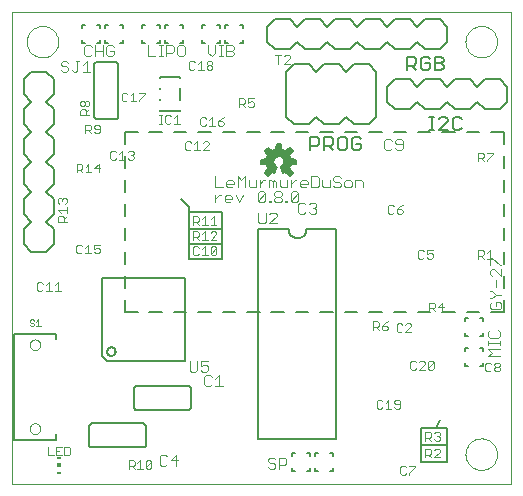
<source format=gto>
G75*
%MOIN*%
%OFA0B0*%
%FSLAX24Y24*%
%IPPOS*%
%LPD*%
%AMOC8*
5,1,8,0,0,1.08239X$1,22.5*
%
%ADD10C,0.0000*%
%ADD11C,0.0030*%
%ADD12C,0.0050*%
%ADD13C,0.0080*%
%ADD14C,0.0040*%
%ADD15C,0.0059*%
%ADD16C,0.0060*%
%ADD17C,0.0020*%
%ADD18R,0.0118X0.0059*%
%ADD19R,0.0118X0.0118*%
D10*
X000851Y000675D02*
X000851Y016421D01*
X017471Y016421D01*
X017471Y000675D01*
X000851Y000675D01*
X001424Y002527D02*
X001426Y002553D01*
X001432Y002579D01*
X001442Y002604D01*
X001455Y002627D01*
X001471Y002647D01*
X001491Y002665D01*
X001513Y002680D01*
X001536Y002692D01*
X001562Y002700D01*
X001588Y002704D01*
X001614Y002704D01*
X001640Y002700D01*
X001666Y002692D01*
X001690Y002680D01*
X001711Y002665D01*
X001731Y002647D01*
X001747Y002627D01*
X001760Y002604D01*
X001770Y002579D01*
X001776Y002553D01*
X001778Y002527D01*
X001776Y002501D01*
X001770Y002475D01*
X001760Y002450D01*
X001747Y002427D01*
X001731Y002407D01*
X001711Y002389D01*
X001689Y002374D01*
X001666Y002362D01*
X001640Y002354D01*
X001614Y002350D01*
X001588Y002350D01*
X001562Y002354D01*
X001536Y002362D01*
X001512Y002374D01*
X001491Y002389D01*
X001471Y002407D01*
X001455Y002427D01*
X001442Y002450D01*
X001432Y002475D01*
X001426Y002501D01*
X001424Y002527D01*
X001424Y005323D02*
X001426Y005349D01*
X001432Y005375D01*
X001442Y005400D01*
X001455Y005423D01*
X001471Y005443D01*
X001491Y005461D01*
X001513Y005476D01*
X001536Y005488D01*
X001562Y005496D01*
X001588Y005500D01*
X001614Y005500D01*
X001640Y005496D01*
X001666Y005488D01*
X001690Y005476D01*
X001711Y005461D01*
X001731Y005443D01*
X001747Y005423D01*
X001760Y005400D01*
X001770Y005375D01*
X001776Y005349D01*
X001778Y005323D01*
X001776Y005297D01*
X001770Y005271D01*
X001760Y005246D01*
X001747Y005223D01*
X001731Y005203D01*
X001711Y005185D01*
X001689Y005170D01*
X001666Y005158D01*
X001640Y005150D01*
X001614Y005146D01*
X001588Y005146D01*
X001562Y005150D01*
X001536Y005158D01*
X001512Y005170D01*
X001491Y005185D01*
X001471Y005203D01*
X001455Y005223D01*
X001442Y005246D01*
X001432Y005271D01*
X001426Y005297D01*
X001424Y005323D01*
X001326Y015425D02*
X001328Y015470D01*
X001334Y015515D01*
X001343Y015559D01*
X001357Y015602D01*
X001374Y015644D01*
X001394Y015684D01*
X001418Y015723D01*
X001446Y015759D01*
X001476Y015792D01*
X001509Y015823D01*
X001544Y015851D01*
X001582Y015876D01*
X001622Y015897D01*
X001663Y015915D01*
X001706Y015930D01*
X001750Y015940D01*
X001795Y015947D01*
X001840Y015950D01*
X001885Y015949D01*
X001930Y015944D01*
X001974Y015935D01*
X002018Y015923D01*
X002060Y015907D01*
X002100Y015887D01*
X002139Y015864D01*
X002176Y015837D01*
X002210Y015808D01*
X002242Y015776D01*
X002270Y015741D01*
X002296Y015704D01*
X002318Y015664D01*
X002337Y015623D01*
X002352Y015581D01*
X002364Y015537D01*
X002372Y015493D01*
X002376Y015448D01*
X002376Y015402D01*
X002372Y015357D01*
X002364Y015313D01*
X002352Y015269D01*
X002337Y015227D01*
X002318Y015186D01*
X002296Y015146D01*
X002270Y015109D01*
X002242Y015074D01*
X002210Y015042D01*
X002176Y015013D01*
X002139Y014986D01*
X002100Y014963D01*
X002060Y014943D01*
X002018Y014927D01*
X001974Y014915D01*
X001930Y014906D01*
X001885Y014901D01*
X001840Y014900D01*
X001795Y014903D01*
X001750Y014910D01*
X001706Y014920D01*
X001663Y014935D01*
X001622Y014953D01*
X001582Y014974D01*
X001544Y014999D01*
X001509Y015027D01*
X001476Y015058D01*
X001446Y015091D01*
X001418Y015127D01*
X001394Y015166D01*
X001374Y015206D01*
X001357Y015248D01*
X001343Y015291D01*
X001334Y015335D01*
X001328Y015380D01*
X001326Y015425D01*
X015951Y015425D02*
X015953Y015470D01*
X015959Y015515D01*
X015968Y015559D01*
X015982Y015602D01*
X015999Y015644D01*
X016019Y015684D01*
X016043Y015723D01*
X016071Y015759D01*
X016101Y015792D01*
X016134Y015823D01*
X016169Y015851D01*
X016207Y015876D01*
X016247Y015897D01*
X016288Y015915D01*
X016331Y015930D01*
X016375Y015940D01*
X016420Y015947D01*
X016465Y015950D01*
X016510Y015949D01*
X016555Y015944D01*
X016599Y015935D01*
X016643Y015923D01*
X016685Y015907D01*
X016725Y015887D01*
X016764Y015864D01*
X016801Y015837D01*
X016835Y015808D01*
X016867Y015776D01*
X016895Y015741D01*
X016921Y015704D01*
X016943Y015664D01*
X016962Y015623D01*
X016977Y015581D01*
X016989Y015537D01*
X016997Y015493D01*
X017001Y015448D01*
X017001Y015402D01*
X016997Y015357D01*
X016989Y015313D01*
X016977Y015269D01*
X016962Y015227D01*
X016943Y015186D01*
X016921Y015146D01*
X016895Y015109D01*
X016867Y015074D01*
X016835Y015042D01*
X016801Y015013D01*
X016764Y014986D01*
X016725Y014963D01*
X016685Y014943D01*
X016643Y014927D01*
X016599Y014915D01*
X016555Y014906D01*
X016510Y014901D01*
X016465Y014900D01*
X016420Y014903D01*
X016375Y014910D01*
X016331Y014920D01*
X016288Y014935D01*
X016247Y014953D01*
X016207Y014974D01*
X016169Y014999D01*
X016134Y015027D01*
X016101Y015058D01*
X016071Y015091D01*
X016043Y015127D01*
X016019Y015166D01*
X015999Y015206D01*
X015982Y015248D01*
X015968Y015291D01*
X015959Y015335D01*
X015953Y015380D01*
X015951Y015425D01*
X015951Y001675D02*
X015953Y001720D01*
X015959Y001765D01*
X015968Y001809D01*
X015982Y001852D01*
X015999Y001894D01*
X016019Y001934D01*
X016043Y001973D01*
X016071Y002009D01*
X016101Y002042D01*
X016134Y002073D01*
X016169Y002101D01*
X016207Y002126D01*
X016247Y002147D01*
X016288Y002165D01*
X016331Y002180D01*
X016375Y002190D01*
X016420Y002197D01*
X016465Y002200D01*
X016510Y002199D01*
X016555Y002194D01*
X016599Y002185D01*
X016643Y002173D01*
X016685Y002157D01*
X016725Y002137D01*
X016764Y002114D01*
X016801Y002087D01*
X016835Y002058D01*
X016867Y002026D01*
X016895Y001991D01*
X016921Y001954D01*
X016943Y001914D01*
X016962Y001873D01*
X016977Y001831D01*
X016989Y001787D01*
X016997Y001743D01*
X017001Y001698D01*
X017001Y001652D01*
X016997Y001607D01*
X016989Y001563D01*
X016977Y001519D01*
X016962Y001477D01*
X016943Y001436D01*
X016921Y001396D01*
X016895Y001359D01*
X016867Y001324D01*
X016835Y001292D01*
X016801Y001263D01*
X016764Y001236D01*
X016725Y001213D01*
X016685Y001193D01*
X016643Y001177D01*
X016599Y001165D01*
X016555Y001156D01*
X016510Y001151D01*
X016465Y001150D01*
X016420Y001153D01*
X016375Y001160D01*
X016331Y001170D01*
X016288Y001185D01*
X016247Y001203D01*
X016207Y001224D01*
X016169Y001249D01*
X016134Y001277D01*
X016101Y001308D01*
X016071Y001341D01*
X016043Y001377D01*
X016019Y001416D01*
X015999Y001456D01*
X015982Y001498D01*
X015968Y001541D01*
X015959Y001585D01*
X015953Y001630D01*
X015951Y001675D01*
D11*
X015105Y001758D02*
X015105Y001807D01*
X015056Y001855D01*
X014959Y001855D01*
X014911Y001807D01*
X014810Y001807D02*
X014810Y001710D01*
X014762Y001662D01*
X014616Y001662D01*
X014616Y001565D02*
X014616Y001855D01*
X014762Y001855D01*
X014810Y001807D01*
X014713Y001662D02*
X014810Y001565D01*
X014911Y001565D02*
X015105Y001758D01*
X015105Y001565D02*
X014911Y001565D01*
X014959Y002128D02*
X014911Y002176D01*
X014959Y002128D02*
X015056Y002128D01*
X015105Y002176D01*
X015105Y002224D01*
X015056Y002273D01*
X015008Y002273D01*
X015056Y002273D02*
X015105Y002321D01*
X015105Y002369D01*
X015056Y002418D01*
X014959Y002418D01*
X014911Y002369D01*
X014810Y002369D02*
X014762Y002418D01*
X014616Y002418D01*
X014616Y002128D01*
X014616Y002224D02*
X014762Y002224D01*
X014810Y002273D01*
X014810Y002369D01*
X014713Y002224D02*
X014810Y002128D01*
X014265Y001285D02*
X014072Y001285D01*
X013971Y001237D02*
X013922Y001285D01*
X013825Y001285D01*
X013777Y001237D01*
X013777Y001043D01*
X013825Y000995D01*
X013922Y000995D01*
X013971Y001043D01*
X014072Y001043D02*
X014072Y000995D01*
X014072Y001043D02*
X014265Y001237D01*
X014265Y001285D01*
X013726Y003190D02*
X013774Y003238D01*
X013774Y003432D01*
X013726Y003480D01*
X013629Y003480D01*
X013581Y003432D01*
X013581Y003383D01*
X013629Y003335D01*
X013774Y003335D01*
X013726Y003190D02*
X013629Y003190D01*
X013581Y003238D01*
X013480Y003190D02*
X013286Y003190D01*
X013383Y003190D02*
X013383Y003480D01*
X013286Y003383D01*
X013185Y003432D02*
X013137Y003480D01*
X013040Y003480D01*
X012991Y003432D01*
X012991Y003238D01*
X013040Y003190D01*
X013137Y003190D01*
X013185Y003238D01*
X014156Y004495D02*
X014253Y004495D01*
X014301Y004543D01*
X014402Y004495D02*
X014596Y004688D01*
X014596Y004737D01*
X014547Y004785D01*
X014450Y004785D01*
X014402Y004737D01*
X014301Y004737D02*
X014253Y004785D01*
X014156Y004785D01*
X014107Y004737D01*
X014107Y004543D01*
X014156Y004495D01*
X014402Y004495D02*
X014596Y004495D01*
X014697Y004543D02*
X014697Y004737D01*
X014745Y004785D01*
X014842Y004785D01*
X014890Y004737D01*
X014697Y004543D01*
X014745Y004495D01*
X014842Y004495D01*
X014890Y004543D01*
X014890Y004737D01*
X014140Y005745D02*
X013947Y005745D01*
X014140Y005938D01*
X014140Y005987D01*
X014092Y006035D01*
X013995Y006035D01*
X013947Y005987D01*
X013846Y005987D02*
X013797Y006035D01*
X013700Y006035D01*
X013652Y005987D01*
X013652Y005793D01*
X013700Y005745D01*
X013797Y005745D01*
X013846Y005793D01*
X013355Y005863D02*
X013355Y005912D01*
X013306Y005960D01*
X013161Y005960D01*
X013161Y005863D01*
X013209Y005815D01*
X013306Y005815D01*
X013355Y005863D01*
X013258Y006057D02*
X013161Y005960D01*
X013060Y005960D02*
X013012Y005912D01*
X012866Y005912D01*
X012866Y005815D02*
X012866Y006105D01*
X013012Y006105D01*
X013060Y006057D01*
X013060Y005960D01*
X012963Y005912D02*
X013060Y005815D01*
X013258Y006057D02*
X013355Y006105D01*
X014741Y006440D02*
X014741Y006730D01*
X014887Y006730D01*
X014935Y006682D01*
X014935Y006585D01*
X014887Y006537D01*
X014741Y006537D01*
X014838Y006537D02*
X014935Y006440D01*
X015036Y006585D02*
X015230Y006585D01*
X015181Y006440D02*
X015181Y006730D01*
X015036Y006585D01*
X014806Y008190D02*
X014709Y008190D01*
X014661Y008238D01*
X014661Y008335D02*
X014758Y008383D01*
X014806Y008383D01*
X014855Y008335D01*
X014855Y008238D01*
X014806Y008190D01*
X014661Y008335D02*
X014661Y008480D01*
X014855Y008480D01*
X014560Y008432D02*
X014512Y008480D01*
X014415Y008480D01*
X014366Y008432D01*
X014366Y008238D01*
X014415Y008190D01*
X014512Y008190D01*
X014560Y008238D01*
X013806Y009690D02*
X013855Y009738D01*
X013855Y009787D01*
X013806Y009835D01*
X013661Y009835D01*
X013661Y009738D01*
X013709Y009690D01*
X013806Y009690D01*
X013661Y009835D02*
X013758Y009932D01*
X013855Y009980D01*
X013560Y009932D02*
X013512Y009980D01*
X013415Y009980D01*
X013366Y009932D01*
X013366Y009738D01*
X013415Y009690D01*
X013512Y009690D01*
X013560Y009738D01*
X012529Y010565D02*
X012529Y010750D01*
X012467Y010812D01*
X012282Y010812D01*
X012282Y010565D01*
X012160Y010627D02*
X012160Y010750D01*
X012099Y010812D01*
X011975Y010812D01*
X011913Y010750D01*
X011913Y010627D01*
X011975Y010565D01*
X012099Y010565D01*
X012160Y010627D01*
X011792Y010627D02*
X011730Y010565D01*
X011607Y010565D01*
X011545Y010627D01*
X011424Y010565D02*
X011424Y010812D01*
X011545Y010812D02*
X011607Y010750D01*
X011730Y010750D01*
X011792Y010688D01*
X011792Y010627D01*
X011792Y010874D02*
X011730Y010935D01*
X011607Y010935D01*
X011545Y010874D01*
X011545Y010812D01*
X011424Y010565D02*
X011238Y010565D01*
X011177Y010627D01*
X011177Y010812D01*
X011055Y010874D02*
X010994Y010935D01*
X010808Y010935D01*
X010808Y010565D01*
X010994Y010565D01*
X011055Y010627D01*
X011055Y010874D01*
X010687Y010750D02*
X010687Y010688D01*
X010440Y010688D01*
X010440Y010627D02*
X010440Y010750D01*
X010502Y010812D01*
X010625Y010812D01*
X010687Y010750D01*
X010625Y010565D02*
X010502Y010565D01*
X010440Y010627D01*
X010318Y010812D02*
X010257Y010812D01*
X010133Y010688D01*
X010133Y010565D02*
X010133Y010812D01*
X010012Y010812D02*
X010012Y010565D01*
X009827Y010565D01*
X009765Y010627D01*
X009765Y010812D01*
X009643Y010750D02*
X009582Y010812D01*
X009520Y010750D01*
X009520Y010565D01*
X009397Y010565D02*
X009397Y010812D01*
X009458Y010812D01*
X009520Y010750D01*
X009643Y010750D02*
X009643Y010565D01*
X009642Y010435D02*
X009766Y010435D01*
X009828Y010374D01*
X009828Y010312D01*
X009766Y010250D01*
X009642Y010250D01*
X009581Y010312D01*
X009581Y010374D01*
X009642Y010435D01*
X009642Y010250D02*
X009581Y010188D01*
X009581Y010127D01*
X009642Y010065D01*
X009766Y010065D01*
X009828Y010127D01*
X009828Y010188D01*
X009766Y010250D01*
X009949Y010127D02*
X010011Y010127D01*
X010011Y010065D01*
X009949Y010065D01*
X009949Y010127D01*
X010133Y010127D02*
X010380Y010374D01*
X010380Y010127D01*
X010318Y010065D01*
X010195Y010065D01*
X010133Y010127D01*
X010133Y010374D01*
X010195Y010435D01*
X010318Y010435D01*
X010380Y010374D01*
X010428Y010060D02*
X010366Y009999D01*
X010366Y009752D01*
X010428Y009690D01*
X010552Y009690D01*
X010613Y009752D01*
X010735Y009752D02*
X010796Y009690D01*
X010920Y009690D01*
X010982Y009752D01*
X010982Y009813D01*
X010920Y009875D01*
X010858Y009875D01*
X010920Y009875D02*
X010982Y009937D01*
X010982Y009999D01*
X010920Y010060D01*
X010796Y010060D01*
X010735Y009999D01*
X010613Y009999D02*
X010552Y010060D01*
X010428Y010060D01*
X009458Y010065D02*
X009397Y010065D01*
X009397Y010127D01*
X009458Y010127D01*
X009458Y010065D01*
X009275Y010127D02*
X009213Y010065D01*
X009090Y010065D01*
X009028Y010127D01*
X009275Y010374D01*
X009275Y010127D01*
X009028Y010127D02*
X009028Y010374D01*
X009090Y010435D01*
X009213Y010435D01*
X009275Y010374D01*
X009090Y010565D02*
X009090Y010812D01*
X008968Y010812D02*
X008968Y010565D01*
X008783Y010565D01*
X008721Y010627D01*
X008721Y010812D01*
X008600Y010935D02*
X008600Y010565D01*
X008353Y010565D02*
X008353Y010935D01*
X008476Y010812D01*
X008600Y010935D01*
X008232Y010750D02*
X008232Y010688D01*
X007985Y010688D01*
X007985Y010627D02*
X007985Y010750D01*
X008046Y010812D01*
X008170Y010812D01*
X008232Y010750D01*
X008170Y010565D02*
X008046Y010565D01*
X007985Y010627D01*
X007863Y010565D02*
X007616Y010565D01*
X007616Y010935D01*
X007616Y010312D02*
X007616Y010065D01*
X007616Y010188D02*
X007740Y010312D01*
X007802Y010312D01*
X007923Y010250D02*
X007923Y010127D01*
X007985Y010065D01*
X008108Y010065D01*
X008170Y010188D02*
X007923Y010188D01*
X007923Y010250D02*
X007985Y010312D01*
X008108Y010312D01*
X008170Y010250D01*
X008170Y010188D01*
X008292Y010312D02*
X008415Y010065D01*
X008538Y010312D01*
X009090Y010688D02*
X009213Y010812D01*
X009275Y010812D01*
X007552Y009605D02*
X007552Y009315D01*
X007456Y009315D02*
X007649Y009315D01*
X007601Y009105D02*
X007504Y009105D01*
X007456Y009057D01*
X007601Y009105D02*
X007649Y009057D01*
X007649Y009008D01*
X007456Y008815D01*
X007649Y008815D01*
X007601Y008605D02*
X007649Y008557D01*
X007456Y008363D01*
X007504Y008315D01*
X007601Y008315D01*
X007649Y008363D01*
X007649Y008557D01*
X007601Y008605D02*
X007504Y008605D01*
X007456Y008557D01*
X007456Y008363D01*
X007355Y008315D02*
X007161Y008315D01*
X007258Y008315D02*
X007258Y008605D01*
X007161Y008508D01*
X007060Y008557D02*
X007012Y008605D01*
X006915Y008605D01*
X006866Y008557D01*
X006866Y008363D01*
X006915Y008315D01*
X007012Y008315D01*
X007060Y008363D01*
X007060Y008815D02*
X006963Y008912D01*
X007012Y008912D02*
X006866Y008912D01*
X006866Y008815D02*
X006866Y009105D01*
X007012Y009105D01*
X007060Y009057D01*
X007060Y008960D01*
X007012Y008912D01*
X007161Y009008D02*
X007258Y009105D01*
X007258Y008815D01*
X007161Y008815D02*
X007355Y008815D01*
X007355Y009315D02*
X007161Y009315D01*
X007258Y009315D02*
X007258Y009605D01*
X007161Y009508D01*
X007060Y009460D02*
X007012Y009412D01*
X006866Y009412D01*
X006866Y009315D02*
X006866Y009605D01*
X007012Y009605D01*
X007060Y009557D01*
X007060Y009460D01*
X006963Y009412D02*
X007060Y009315D01*
X007456Y009508D02*
X007552Y009605D01*
X007399Y011815D02*
X007206Y011815D01*
X007399Y012008D01*
X007399Y012057D01*
X007351Y012105D01*
X007254Y012105D01*
X007206Y012057D01*
X007008Y012105D02*
X007008Y011815D01*
X006911Y011815D02*
X007105Y011815D01*
X006911Y012008D02*
X007008Y012105D01*
X006810Y012057D02*
X006762Y012105D01*
X006665Y012105D01*
X006616Y012057D01*
X006616Y011863D01*
X006665Y011815D01*
X006762Y011815D01*
X006810Y011863D01*
X007156Y012620D02*
X007253Y012620D01*
X007301Y012668D01*
X007402Y012620D02*
X007596Y012620D01*
X007499Y012620D02*
X007499Y012910D01*
X007402Y012813D01*
X007301Y012862D02*
X007253Y012910D01*
X007156Y012910D01*
X007107Y012862D01*
X007107Y012668D01*
X007156Y012620D01*
X007697Y012668D02*
X007745Y012620D01*
X007842Y012620D01*
X007890Y012668D01*
X007890Y012717D01*
X007842Y012765D01*
X007697Y012765D01*
X007697Y012668D01*
X007697Y012765D02*
X007793Y012862D01*
X007890Y012910D01*
X008402Y013245D02*
X008402Y013535D01*
X008547Y013535D01*
X008596Y013487D01*
X008596Y013390D01*
X008547Y013342D01*
X008402Y013342D01*
X008499Y013342D02*
X008596Y013245D01*
X008697Y013293D02*
X008745Y013245D01*
X008842Y013245D01*
X008890Y013293D01*
X008890Y013390D01*
X008842Y013438D01*
X008793Y013438D01*
X008697Y013390D01*
X008697Y013535D01*
X008890Y013535D01*
X009713Y014690D02*
X009713Y014980D01*
X009616Y014980D02*
X009810Y014980D01*
X009911Y014932D02*
X009959Y014980D01*
X010056Y014980D01*
X010105Y014932D01*
X010105Y014883D01*
X009911Y014690D01*
X010105Y014690D01*
X008227Y015002D02*
X008165Y014940D01*
X007980Y014940D01*
X007980Y015310D01*
X008165Y015310D01*
X008227Y015249D01*
X008227Y015187D01*
X008165Y015125D01*
X007980Y015125D01*
X008165Y015125D02*
X008227Y015063D01*
X008227Y015002D01*
X007858Y014940D02*
X007735Y014940D01*
X007796Y014940D02*
X007796Y015310D01*
X007735Y015310D02*
X007858Y015310D01*
X007613Y015310D02*
X007613Y015063D01*
X007490Y014940D01*
X007366Y015063D01*
X007366Y015310D01*
X007370Y014785D02*
X007467Y014785D01*
X007515Y014737D01*
X007515Y014688D01*
X007467Y014640D01*
X007370Y014640D01*
X007322Y014688D01*
X007322Y014737D01*
X007370Y014785D01*
X007370Y014640D02*
X007322Y014592D01*
X007322Y014543D01*
X007370Y014495D01*
X007467Y014495D01*
X007515Y014543D01*
X007515Y014592D01*
X007467Y014640D01*
X007221Y014495D02*
X007027Y014495D01*
X007124Y014495D02*
X007124Y014785D01*
X007027Y014688D01*
X006926Y014737D02*
X006878Y014785D01*
X006781Y014785D01*
X006732Y014737D01*
X006732Y014543D01*
X006781Y014495D01*
X006878Y014495D01*
X006926Y014543D01*
X006534Y014940D02*
X006595Y015002D01*
X006595Y015249D01*
X006534Y015310D01*
X006410Y015310D01*
X006349Y015249D01*
X006349Y015002D01*
X006410Y014940D01*
X006534Y014940D01*
X006227Y015125D02*
X006165Y015063D01*
X005980Y015063D01*
X005980Y014940D02*
X005980Y015310D01*
X006165Y015310D01*
X006227Y015249D01*
X006227Y015125D01*
X005858Y014940D02*
X005735Y014940D01*
X005796Y014940D02*
X005796Y015310D01*
X005735Y015310D02*
X005858Y015310D01*
X005613Y014940D02*
X005366Y014940D01*
X005366Y015310D01*
X004225Y015249D02*
X004163Y015310D01*
X004040Y015310D01*
X003978Y015249D01*
X003978Y015002D01*
X004040Y014940D01*
X004163Y014940D01*
X004225Y015002D01*
X004225Y015125D01*
X004101Y015125D01*
X003857Y015125D02*
X003610Y015125D01*
X003488Y015002D02*
X003427Y014940D01*
X003303Y014940D01*
X003241Y015002D01*
X003241Y015249D01*
X003303Y015310D01*
X003427Y015310D01*
X003488Y015249D01*
X003610Y015310D02*
X003610Y014940D01*
X003857Y014940D02*
X003857Y015310D01*
X004540Y013730D02*
X004491Y013682D01*
X004491Y013488D01*
X004540Y013440D01*
X004637Y013440D01*
X004685Y013488D01*
X004786Y013440D02*
X004980Y013440D01*
X004883Y013440D02*
X004883Y013730D01*
X004786Y013633D01*
X004685Y013682D02*
X004637Y013730D01*
X004540Y013730D01*
X005081Y013730D02*
X005274Y013730D01*
X005274Y013682D01*
X005081Y013488D01*
X005081Y013440D01*
X005741Y012980D02*
X005838Y012980D01*
X005790Y012980D02*
X005790Y012690D01*
X005838Y012690D02*
X005741Y012690D01*
X005938Y012738D02*
X005986Y012690D01*
X006083Y012690D01*
X006131Y012738D01*
X006232Y012690D02*
X006426Y012690D01*
X006329Y012690D02*
X006329Y012980D01*
X006232Y012883D01*
X006131Y012932D02*
X006083Y012980D01*
X005986Y012980D01*
X005938Y012932D01*
X005938Y012738D01*
X004890Y011737D02*
X004890Y011688D01*
X004842Y011640D01*
X004890Y011592D01*
X004890Y011543D01*
X004842Y011495D01*
X004745Y011495D01*
X004697Y011543D01*
X004596Y011495D02*
X004402Y011495D01*
X004499Y011495D02*
X004499Y011785D01*
X004402Y011688D01*
X004301Y011737D02*
X004253Y011785D01*
X004156Y011785D01*
X004107Y011737D01*
X004107Y011543D01*
X004156Y011495D01*
X004253Y011495D01*
X004301Y011543D01*
X004697Y011737D02*
X004745Y011785D01*
X004842Y011785D01*
X004890Y011737D01*
X004842Y011640D02*
X004793Y011640D01*
X003726Y011355D02*
X003726Y011065D01*
X003774Y011210D02*
X003581Y011210D01*
X003726Y011355D01*
X003480Y011065D02*
X003286Y011065D01*
X003383Y011065D02*
X003383Y011355D01*
X003286Y011258D01*
X003185Y011210D02*
X003137Y011162D01*
X002991Y011162D01*
X002991Y011065D02*
X002991Y011355D01*
X003137Y011355D01*
X003185Y011307D01*
X003185Y011210D01*
X003088Y011162D02*
X003185Y011065D01*
X002608Y010214D02*
X002656Y010165D01*
X002656Y010069D01*
X002608Y010020D01*
X002656Y009919D02*
X002656Y009726D01*
X002656Y009822D02*
X002366Y009822D01*
X002463Y009726D01*
X002511Y009625D02*
X002560Y009576D01*
X002560Y009431D01*
X002656Y009431D02*
X002366Y009431D01*
X002366Y009576D01*
X002415Y009625D01*
X002511Y009625D01*
X002560Y009528D02*
X002656Y009625D01*
X002415Y010020D02*
X002366Y010069D01*
X002366Y010165D01*
X002415Y010214D01*
X002463Y010214D01*
X002511Y010165D01*
X002560Y010214D01*
X002608Y010214D01*
X002511Y010165D02*
X002511Y010117D01*
X003031Y008660D02*
X002982Y008612D01*
X002982Y008418D01*
X003031Y008370D01*
X003128Y008370D01*
X003176Y008418D01*
X003277Y008370D02*
X003471Y008370D01*
X003374Y008370D02*
X003374Y008660D01*
X003277Y008563D01*
X003176Y008612D02*
X003128Y008660D01*
X003031Y008660D01*
X003572Y008660D02*
X003572Y008515D01*
X003668Y008563D01*
X003717Y008563D01*
X003765Y008515D01*
X003765Y008418D01*
X003717Y008370D01*
X003620Y008370D01*
X003572Y008418D01*
X003572Y008660D02*
X003765Y008660D01*
X002356Y007410D02*
X002356Y007120D01*
X002259Y007120D02*
X002453Y007120D01*
X002259Y007313D02*
X002356Y007410D01*
X002061Y007410D02*
X002061Y007120D01*
X001965Y007120D02*
X002158Y007120D01*
X001965Y007313D02*
X002061Y007410D01*
X001863Y007362D02*
X001815Y007410D01*
X001718Y007410D01*
X001670Y007362D01*
X001670Y007168D01*
X001718Y007120D01*
X001815Y007120D01*
X001863Y007168D01*
X006755Y004785D02*
X006755Y004477D01*
X006816Y004415D01*
X006940Y004415D01*
X007002Y004477D01*
X007002Y004785D01*
X007123Y004785D02*
X007123Y004600D01*
X007247Y004662D01*
X007308Y004662D01*
X007370Y004600D01*
X007370Y004477D01*
X007308Y004415D01*
X007185Y004415D01*
X007123Y004477D01*
X007303Y004310D02*
X007241Y004249D01*
X007241Y004002D01*
X007303Y003940D01*
X007427Y003940D01*
X007488Y004002D01*
X007610Y003940D02*
X007857Y003940D01*
X007733Y003940D02*
X007733Y004310D01*
X007610Y004187D01*
X007488Y004249D02*
X007427Y004310D01*
X007303Y004310D01*
X007370Y004785D02*
X007123Y004785D01*
X006308Y001660D02*
X006123Y001475D01*
X006370Y001475D01*
X006308Y001290D02*
X006308Y001660D01*
X006002Y001599D02*
X005940Y001660D01*
X005816Y001660D01*
X005755Y001599D01*
X005755Y001352D01*
X005816Y001290D01*
X005940Y001290D01*
X006002Y001352D01*
X009366Y001437D02*
X009428Y001375D01*
X009552Y001375D01*
X009613Y001313D01*
X009613Y001252D01*
X009552Y001190D01*
X009428Y001190D01*
X009366Y001252D01*
X009366Y001437D02*
X009366Y001499D01*
X009428Y001560D01*
X009552Y001560D01*
X009613Y001499D01*
X009735Y001560D02*
X009920Y001560D01*
X009982Y001499D01*
X009982Y001375D01*
X009920Y001313D01*
X009735Y001313D01*
X009735Y001190D02*
X009735Y001560D01*
X016616Y004488D02*
X016665Y004440D01*
X016762Y004440D01*
X016810Y004488D01*
X016911Y004488D02*
X016911Y004537D01*
X016959Y004585D01*
X017056Y004585D01*
X017105Y004537D01*
X017105Y004488D01*
X017056Y004440D01*
X016959Y004440D01*
X016911Y004488D01*
X016959Y004585D02*
X016911Y004633D01*
X016911Y004682D01*
X016959Y004730D01*
X017056Y004730D01*
X017105Y004682D01*
X017105Y004633D01*
X017056Y004585D01*
X016810Y004682D02*
X016762Y004730D01*
X016665Y004730D01*
X016616Y004682D01*
X016616Y004488D01*
X016716Y004940D02*
X016840Y005063D01*
X016716Y005187D01*
X017086Y005187D01*
X017086Y005308D02*
X017086Y005432D01*
X017086Y005370D02*
X016716Y005370D01*
X016716Y005308D02*
X016716Y005432D01*
X016778Y005554D02*
X017025Y005554D01*
X017086Y005616D01*
X017086Y005739D01*
X017025Y005801D01*
X016778Y005801D02*
X016716Y005739D01*
X016716Y005616D01*
X016778Y005554D01*
X016716Y004940D02*
X017086Y004940D01*
X017087Y006503D02*
X016840Y006503D01*
X016779Y006564D01*
X016779Y006688D01*
X016840Y006749D01*
X016840Y006871D02*
X016779Y006871D01*
X016840Y006871D02*
X016964Y006994D01*
X017149Y006994D01*
X016964Y006994D02*
X016840Y007118D01*
X016779Y007118D01*
X016964Y007239D02*
X016964Y007486D01*
X016840Y007607D02*
X016779Y007669D01*
X016779Y007793D01*
X016840Y007854D01*
X016902Y007854D01*
X017149Y007607D01*
X017149Y007854D01*
X017149Y007976D02*
X017087Y007976D01*
X016840Y008223D01*
X016779Y008223D01*
X016779Y007976D01*
X016758Y008190D02*
X016758Y008480D01*
X016661Y008383D01*
X016560Y008335D02*
X016512Y008287D01*
X016366Y008287D01*
X016366Y008190D02*
X016366Y008480D01*
X016512Y008480D01*
X016560Y008432D01*
X016560Y008335D01*
X016463Y008287D02*
X016560Y008190D01*
X016661Y008190D02*
X016855Y008190D01*
X016964Y006749D02*
X016964Y006626D01*
X016964Y006749D02*
X017087Y006749D01*
X017149Y006688D01*
X017149Y006564D01*
X017087Y006503D01*
X016661Y011440D02*
X016661Y011488D01*
X016855Y011682D01*
X016855Y011730D01*
X016661Y011730D01*
X016560Y011682D02*
X016560Y011585D01*
X016512Y011537D01*
X016366Y011537D01*
X016366Y011440D02*
X016366Y011730D01*
X016512Y011730D01*
X016560Y011682D01*
X016463Y011537D02*
X016560Y011440D01*
X013857Y011877D02*
X013857Y012124D01*
X013795Y012185D01*
X013671Y012185D01*
X013610Y012124D01*
X013610Y012062D01*
X013671Y012000D01*
X013857Y012000D01*
X013857Y011877D02*
X013795Y011815D01*
X013671Y011815D01*
X013610Y011877D01*
X013488Y011877D02*
X013427Y011815D01*
X013303Y011815D01*
X013241Y011877D01*
X013241Y012124D01*
X013303Y012185D01*
X013427Y012185D01*
X013488Y012124D01*
X003765Y012418D02*
X003765Y012612D01*
X003717Y012660D01*
X003620Y012660D01*
X003572Y012612D01*
X003572Y012563D01*
X003620Y012515D01*
X003765Y012515D01*
X003765Y012418D02*
X003717Y012370D01*
X003620Y012370D01*
X003572Y012418D01*
X003471Y012370D02*
X003374Y012467D01*
X003422Y012467D02*
X003277Y012467D01*
X003277Y012370D02*
X003277Y012660D01*
X003422Y012660D01*
X003471Y012612D01*
X003471Y012515D01*
X003422Y012467D01*
X003406Y012976D02*
X003116Y012976D01*
X003116Y013121D01*
X003165Y013169D01*
X003261Y013169D01*
X003310Y013121D01*
X003310Y012976D01*
X003310Y013072D02*
X003406Y013169D01*
X003358Y013270D02*
X003406Y013319D01*
X003406Y013415D01*
X003358Y013464D01*
X003310Y013464D01*
X003261Y013415D01*
X003261Y013319D01*
X003213Y013270D01*
X003165Y013270D01*
X003116Y013319D01*
X003116Y013415D01*
X003165Y013464D01*
X003213Y013464D01*
X003261Y013415D01*
X003261Y013319D02*
X003310Y013270D01*
X003358Y013270D01*
D12*
X004601Y012425D02*
X004601Y012019D01*
X004601Y011626D02*
X004601Y011220D01*
X004601Y010827D02*
X004601Y010421D01*
X004601Y010027D02*
X004601Y009622D01*
X004601Y009228D02*
X004601Y008823D01*
X004601Y008429D02*
X004601Y008023D01*
X004601Y007630D02*
X004601Y007224D01*
X004601Y006831D02*
X004601Y006425D01*
X005021Y006425D01*
X005415Y006425D02*
X005835Y006425D01*
X006229Y006425D02*
X006649Y006425D01*
X007042Y006425D02*
X007462Y006425D01*
X007856Y006425D02*
X008276Y006425D01*
X008670Y006425D02*
X009090Y006425D01*
X009483Y006425D02*
X009903Y006425D01*
X010297Y006425D02*
X010717Y006425D01*
X011111Y006425D02*
X011531Y006425D01*
X011924Y006425D02*
X012344Y006425D01*
X012738Y006425D02*
X013158Y006425D01*
X013552Y006425D02*
X013972Y006425D01*
X014365Y006425D02*
X014785Y006425D01*
X015179Y006425D02*
X015599Y006425D01*
X015993Y006425D02*
X016413Y006425D01*
X016806Y006425D02*
X017226Y006425D01*
X017226Y006831D01*
X017226Y007224D02*
X017226Y007630D01*
X017226Y008023D02*
X017226Y008429D01*
X017226Y008823D02*
X017226Y009228D01*
X017226Y009622D02*
X017226Y010027D01*
X017226Y010421D02*
X017226Y010827D01*
X017226Y011220D02*
X017226Y011626D01*
X017226Y012019D02*
X017226Y012425D01*
X016806Y012425D01*
X016413Y012425D02*
X015993Y012425D01*
X015819Y012550D02*
X015744Y012475D01*
X015594Y012475D01*
X015519Y012550D01*
X015519Y012850D01*
X015594Y012925D01*
X015744Y012925D01*
X015819Y012850D01*
X015359Y012850D02*
X015283Y012925D01*
X015133Y012925D01*
X015058Y012850D01*
X014902Y012925D02*
X014751Y012925D01*
X014826Y012925D02*
X014826Y012475D01*
X014785Y012425D02*
X014365Y012425D01*
X014751Y012475D02*
X014902Y012475D01*
X015058Y012475D02*
X015359Y012775D01*
X015359Y012850D01*
X015359Y012475D02*
X015058Y012475D01*
X015179Y012425D02*
X015599Y012425D01*
X013972Y012425D02*
X013552Y012425D01*
X013158Y012425D02*
X012738Y012425D01*
X012466Y012175D02*
X012391Y012250D01*
X012241Y012250D01*
X012166Y012175D01*
X012166Y011875D01*
X012241Y011800D01*
X012391Y011800D01*
X012466Y011875D01*
X012466Y012025D01*
X012316Y012025D01*
X012006Y011875D02*
X012006Y012175D01*
X011931Y012250D01*
X011781Y012250D01*
X011706Y012175D01*
X011706Y011875D01*
X011781Y011800D01*
X011931Y011800D01*
X012006Y011875D01*
X011545Y011800D02*
X011395Y011950D01*
X011470Y011950D02*
X011245Y011950D01*
X011245Y011800D02*
X011245Y012250D01*
X011470Y012250D01*
X011545Y012175D01*
X011545Y012025D01*
X011470Y011950D01*
X011085Y012025D02*
X011010Y011950D01*
X010785Y011950D01*
X010785Y011800D02*
X010785Y012250D01*
X011010Y012250D01*
X011085Y012175D01*
X011085Y012025D01*
X011111Y012425D02*
X011531Y012425D01*
X011924Y012425D02*
X012344Y012425D01*
X010717Y012425D02*
X010297Y012425D01*
X009903Y012425D02*
X009483Y012425D01*
X009090Y012425D02*
X008670Y012425D01*
X008276Y012425D02*
X007856Y012425D01*
X007462Y012425D02*
X007042Y012425D01*
X006649Y012425D02*
X006229Y012425D01*
X005835Y012425D02*
X005415Y012425D01*
X005021Y012425D02*
X004601Y012425D01*
X006476Y010175D02*
X006726Y009925D01*
X006726Y009738D01*
X007851Y009738D01*
X007851Y009175D01*
X006726Y009175D01*
X006726Y008675D01*
X007851Y008675D01*
X007851Y009175D01*
X007851Y008675D02*
X007851Y008175D01*
X006726Y008175D01*
X006726Y008675D01*
X006726Y009175D02*
X006726Y009738D01*
X014001Y014475D02*
X014001Y014925D01*
X014227Y014925D01*
X014302Y014850D01*
X014302Y014700D01*
X014227Y014625D01*
X014001Y014625D01*
X014152Y014625D02*
X014302Y014475D01*
X014462Y014550D02*
X014537Y014475D01*
X014687Y014475D01*
X014762Y014550D01*
X014762Y014700D01*
X014612Y014700D01*
X014462Y014850D02*
X014462Y014550D01*
X014462Y014850D02*
X014537Y014925D01*
X014687Y014925D01*
X014762Y014850D01*
X014922Y014925D02*
X015147Y014925D01*
X015222Y014850D01*
X015222Y014775D01*
X015147Y014700D01*
X014922Y014700D01*
X014922Y014475D02*
X015147Y014475D01*
X015222Y014550D01*
X015222Y014625D01*
X015147Y014700D01*
X014922Y014475D02*
X014922Y014925D01*
X015101Y002800D02*
X014976Y002550D01*
X014476Y002550D01*
X014476Y001988D01*
X015351Y001988D01*
X015351Y002550D01*
X014976Y002550D01*
X015351Y001988D02*
X015351Y001425D01*
X014476Y001425D01*
X014476Y001988D01*
D13*
X011651Y002175D02*
X011651Y009175D01*
X010651Y009175D01*
X010649Y009141D01*
X010643Y009108D01*
X010634Y009076D01*
X010621Y009045D01*
X010605Y009015D01*
X010586Y008988D01*
X010563Y008963D01*
X010538Y008940D01*
X010511Y008921D01*
X010481Y008905D01*
X010450Y008892D01*
X010418Y008883D01*
X010385Y008877D01*
X010351Y008875D01*
X010317Y008877D01*
X010284Y008883D01*
X010252Y008892D01*
X010221Y008905D01*
X010191Y008921D01*
X010164Y008940D01*
X010139Y008963D01*
X010116Y008988D01*
X010097Y009015D01*
X010081Y009045D01*
X010068Y009076D01*
X010059Y009108D01*
X010053Y009141D01*
X010051Y009175D01*
X009051Y009175D01*
X009051Y002175D01*
X011651Y002175D01*
X002290Y002153D02*
X000912Y002153D01*
X000912Y005697D01*
X002290Y005697D01*
X002290Y005500D01*
X001976Y008425D02*
X001476Y008425D01*
X001226Y008675D01*
X001226Y009175D01*
X001476Y009425D01*
X001226Y009675D01*
X001226Y010175D01*
X001476Y010425D01*
X001226Y010675D01*
X001226Y011175D01*
X001476Y011425D01*
X001226Y011675D01*
X001226Y012175D01*
X001476Y012425D01*
X001226Y012675D01*
X001226Y013175D01*
X001476Y013425D01*
X001226Y013675D01*
X001226Y014175D01*
X001476Y014425D01*
X001976Y014425D01*
X002226Y014175D01*
X002226Y013675D01*
X001976Y013425D01*
X002226Y013175D01*
X002226Y012675D01*
X001976Y012425D01*
X002226Y012175D01*
X002226Y011675D01*
X001976Y011425D01*
X002226Y011175D01*
X002226Y010675D01*
X001976Y010425D01*
X002226Y010175D01*
X002226Y009675D01*
X001976Y009425D01*
X002226Y009175D01*
X002226Y008675D01*
X001976Y008425D01*
X002290Y002350D02*
X002290Y002153D01*
D14*
X009106Y009370D02*
X009227Y009370D01*
X009287Y009430D01*
X009287Y009730D01*
X009415Y009670D02*
X009475Y009730D01*
X009595Y009730D01*
X009655Y009670D01*
X009655Y009610D01*
X009415Y009370D01*
X009655Y009370D01*
X009106Y009370D02*
X009046Y009430D01*
X009046Y009730D01*
X003443Y014420D02*
X003203Y014420D01*
X003323Y014420D02*
X003323Y014780D01*
X003203Y014660D01*
X003075Y014780D02*
X002955Y014780D01*
X003015Y014780D02*
X003015Y014480D01*
X002955Y014420D01*
X002895Y014420D01*
X002835Y014480D01*
X002707Y014480D02*
X002647Y014420D01*
X002526Y014420D01*
X002466Y014480D01*
X002526Y014600D02*
X002647Y014600D01*
X002707Y014540D01*
X002707Y014480D01*
X002526Y014600D02*
X002466Y014660D01*
X002466Y014720D01*
X002526Y014780D01*
X002647Y014780D01*
X002707Y014720D01*
D15*
X009261Y011789D02*
X009382Y011640D01*
X009351Y011580D01*
X009331Y011516D01*
X009140Y011497D01*
X009140Y011353D01*
X009331Y011334D01*
X009351Y011270D01*
X009382Y011210D01*
X009261Y011061D01*
X009363Y010960D01*
X009511Y011081D01*
X009571Y011050D01*
X009656Y011254D01*
X009618Y011276D01*
X009586Y011305D01*
X009562Y011341D01*
X009547Y011382D01*
X009542Y011425D01*
X009547Y011469D01*
X009563Y011510D01*
X009588Y011547D01*
X009621Y011576D01*
X009659Y011597D01*
X009702Y011608D01*
X009746Y011608D01*
X009789Y011598D01*
X009829Y011578D01*
X009862Y011550D01*
X009888Y011514D01*
X009905Y011473D01*
X009911Y011429D01*
X009907Y011385D01*
X009892Y011343D01*
X009868Y011306D01*
X009835Y011276D01*
X009797Y011254D01*
X009882Y011050D01*
X009942Y011081D01*
X010090Y010960D01*
X010192Y011061D01*
X010071Y011210D01*
X010102Y011270D01*
X010122Y011334D01*
X010313Y011353D01*
X010313Y011497D01*
X010122Y011516D01*
X010102Y011580D01*
X010071Y011640D01*
X010192Y011789D01*
X010090Y011890D01*
X009942Y011769D01*
X009882Y011800D01*
X009818Y011821D01*
X009798Y012011D01*
X009654Y012011D01*
X009635Y011821D01*
X009571Y011800D01*
X009511Y011769D01*
X009363Y011890D01*
X009261Y011789D01*
X009265Y011783D02*
X009494Y011783D01*
X009538Y011783D02*
X009915Y011783D01*
X009959Y011783D02*
X010187Y011783D01*
X010140Y011726D02*
X009312Y011726D01*
X009359Y011668D02*
X010093Y011668D01*
X010086Y011611D02*
X009367Y011611D01*
X009342Y011553D02*
X009595Y011553D01*
X009557Y011495D02*
X009140Y011495D01*
X009140Y011438D02*
X009543Y011438D01*
X009548Y011380D02*
X009140Y011380D01*
X009334Y011323D02*
X009574Y011323D01*
X009637Y011265D02*
X009354Y011265D01*
X009380Y011208D02*
X009636Y011208D01*
X009612Y011150D02*
X009333Y011150D01*
X009286Y011093D02*
X009589Y011093D01*
X009455Y011035D02*
X009287Y011035D01*
X009345Y010977D02*
X009385Y010977D01*
X009840Y011150D02*
X010119Y011150D01*
X010073Y011208D02*
X009816Y011208D01*
X009816Y011265D02*
X010099Y011265D01*
X010119Y011323D02*
X009878Y011323D01*
X009905Y011380D02*
X010313Y011380D01*
X010313Y011438D02*
X009910Y011438D01*
X009895Y011495D02*
X010313Y011495D01*
X010110Y011553D02*
X009859Y011553D01*
X009816Y011841D02*
X009637Y011841D01*
X009643Y011898D02*
X009810Y011898D01*
X009804Y011956D02*
X009649Y011956D01*
X009424Y011841D02*
X009313Y011841D01*
X010029Y011841D02*
X010140Y011841D01*
X010166Y011093D02*
X009864Y011093D01*
X009998Y011035D02*
X010165Y011035D01*
X010108Y010977D02*
X010068Y010977D01*
D16*
X010226Y012675D02*
X009976Y012925D01*
X009976Y014425D01*
X010226Y014675D01*
X010726Y014675D01*
X010976Y014425D01*
X011226Y014675D01*
X011726Y014675D01*
X011976Y014425D01*
X012226Y014675D01*
X012726Y014675D01*
X012976Y014425D01*
X012976Y012925D01*
X012726Y012675D01*
X012226Y012675D01*
X011976Y012925D01*
X011726Y012675D01*
X011226Y012675D01*
X010976Y012925D01*
X010726Y012675D01*
X010226Y012675D01*
X010101Y015175D02*
X009601Y015175D01*
X009351Y015425D01*
X009351Y015925D01*
X009601Y016175D01*
X010101Y016175D01*
X010351Y015925D01*
X010601Y016175D01*
X011101Y016175D01*
X011351Y015925D01*
X011601Y016175D01*
X012101Y016175D01*
X012351Y015925D01*
X012601Y016175D01*
X013101Y016175D01*
X013351Y015925D01*
X013601Y016175D01*
X014101Y016175D01*
X014351Y015925D01*
X014601Y016175D01*
X015101Y016175D01*
X015351Y015925D01*
X015351Y015425D01*
X015101Y015175D01*
X014601Y015175D01*
X014351Y015425D01*
X014101Y015175D01*
X013601Y015175D01*
X013351Y015425D01*
X013101Y015175D01*
X012601Y015175D01*
X012351Y015425D01*
X012101Y015175D01*
X011601Y015175D01*
X011351Y015425D01*
X011101Y015175D01*
X010601Y015175D01*
X010351Y015425D01*
X010101Y015175D01*
X008526Y015375D02*
X008426Y015375D01*
X008526Y015375D02*
X008526Y015475D01*
X008526Y015875D02*
X008526Y015975D01*
X008426Y015975D01*
X008026Y015975D02*
X007926Y015975D01*
X007926Y015875D01*
X007776Y015875D02*
X007776Y015975D01*
X007676Y015975D01*
X007276Y015975D02*
X007176Y015975D01*
X007176Y015875D01*
X007176Y015475D02*
X007176Y015375D01*
X007276Y015375D01*
X007676Y015375D02*
X007776Y015375D01*
X007776Y015475D01*
X007926Y015475D02*
X007926Y015375D01*
X008026Y015375D01*
X006526Y015375D02*
X006426Y015375D01*
X006526Y015375D02*
X006526Y015475D01*
X006526Y015875D02*
X006526Y015975D01*
X006426Y015975D01*
X006026Y015975D02*
X005926Y015975D01*
X005926Y015875D01*
X005776Y015875D02*
X005776Y015975D01*
X005676Y015975D01*
X005276Y015975D02*
X005176Y015975D01*
X005176Y015875D01*
X005176Y015475D02*
X005176Y015375D01*
X005276Y015375D01*
X005676Y015375D02*
X005776Y015375D01*
X005776Y015475D01*
X005926Y015475D02*
X005926Y015375D01*
X006026Y015375D01*
X005782Y014235D02*
X005782Y014198D01*
X005782Y014235D02*
X006420Y014235D01*
X006420Y014198D01*
X006420Y013881D02*
X006420Y013469D01*
X006420Y013152D02*
X006420Y013115D01*
X005782Y013115D01*
X005782Y013152D01*
X005782Y013469D02*
X005782Y013506D01*
X005782Y013844D02*
X005782Y013881D01*
X004376Y014650D02*
X004376Y012950D01*
X004374Y012933D01*
X004370Y012916D01*
X004363Y012900D01*
X004353Y012886D01*
X004340Y012873D01*
X004326Y012863D01*
X004310Y012856D01*
X004293Y012852D01*
X004276Y012850D01*
X003676Y012850D01*
X003659Y012852D01*
X003642Y012856D01*
X003626Y012863D01*
X003612Y012873D01*
X003599Y012886D01*
X003589Y012900D01*
X003582Y012916D01*
X003578Y012933D01*
X003576Y012950D01*
X003576Y014650D01*
X003578Y014667D01*
X003582Y014684D01*
X003589Y014700D01*
X003599Y014714D01*
X003612Y014727D01*
X003626Y014737D01*
X003642Y014744D01*
X003659Y014748D01*
X003676Y014750D01*
X004276Y014750D01*
X004293Y014748D01*
X004310Y014744D01*
X004326Y014737D01*
X004340Y014727D01*
X004353Y014714D01*
X004363Y014700D01*
X004370Y014684D01*
X004374Y014667D01*
X004376Y014650D01*
X004426Y015375D02*
X004526Y015375D01*
X004526Y015475D01*
X004526Y015875D02*
X004526Y015975D01*
X004426Y015975D01*
X004026Y015975D02*
X003926Y015975D01*
X003926Y015875D01*
X003776Y015875D02*
X003776Y015975D01*
X003676Y015975D01*
X003276Y015975D02*
X003176Y015975D01*
X003176Y015875D01*
X003176Y015475D02*
X003176Y015375D01*
X003276Y015375D01*
X003676Y015375D02*
X003776Y015375D01*
X003776Y015475D01*
X003926Y015475D02*
X003926Y015375D01*
X004026Y015375D01*
X003846Y007555D02*
X003846Y004935D01*
X003986Y004795D01*
X006606Y004795D01*
X006606Y007555D01*
X003846Y007555D01*
X004005Y005095D02*
X004007Y005118D01*
X004013Y005141D01*
X004022Y005162D01*
X004035Y005182D01*
X004051Y005199D01*
X004069Y005213D01*
X004089Y005224D01*
X004111Y005232D01*
X004134Y005236D01*
X004158Y005236D01*
X004181Y005232D01*
X004203Y005224D01*
X004223Y005213D01*
X004241Y005199D01*
X004257Y005182D01*
X004270Y005162D01*
X004279Y005141D01*
X004285Y005118D01*
X004287Y005095D01*
X004285Y005072D01*
X004279Y005049D01*
X004270Y005028D01*
X004257Y005008D01*
X004241Y004991D01*
X004223Y004977D01*
X004203Y004966D01*
X004181Y004958D01*
X004158Y004954D01*
X004134Y004954D01*
X004111Y004958D01*
X004089Y004966D01*
X004069Y004977D01*
X004051Y004991D01*
X004035Y005008D01*
X004022Y005028D01*
X004013Y005049D01*
X004007Y005072D01*
X004005Y005095D01*
X005001Y003950D02*
X006701Y003950D01*
X006718Y003948D01*
X006735Y003944D01*
X006751Y003937D01*
X006765Y003927D01*
X006778Y003914D01*
X006788Y003900D01*
X006795Y003884D01*
X006799Y003867D01*
X006801Y003850D01*
X006801Y003250D01*
X006799Y003233D01*
X006795Y003216D01*
X006788Y003200D01*
X006778Y003186D01*
X006765Y003173D01*
X006751Y003163D01*
X006735Y003156D01*
X006718Y003152D01*
X006701Y003150D01*
X005001Y003150D01*
X004984Y003152D01*
X004967Y003156D01*
X004951Y003163D01*
X004937Y003173D01*
X004924Y003186D01*
X004914Y003200D01*
X004907Y003216D01*
X004903Y003233D01*
X004901Y003250D01*
X004901Y003850D01*
X004903Y003867D01*
X004907Y003884D01*
X004914Y003900D01*
X004924Y003914D01*
X004937Y003927D01*
X004951Y003937D01*
X004967Y003944D01*
X004984Y003948D01*
X005001Y003950D01*
X005201Y002700D02*
X003501Y002700D01*
X003484Y002698D01*
X003467Y002694D01*
X003451Y002687D01*
X003437Y002677D01*
X003424Y002664D01*
X003414Y002650D01*
X003407Y002634D01*
X003403Y002617D01*
X003401Y002600D01*
X003401Y002000D01*
X003403Y001983D01*
X003407Y001966D01*
X003414Y001950D01*
X003424Y001936D01*
X003437Y001923D01*
X003451Y001913D01*
X003467Y001906D01*
X003484Y001902D01*
X003501Y001900D01*
X005201Y001900D01*
X005218Y001902D01*
X005235Y001906D01*
X005251Y001913D01*
X005265Y001923D01*
X005278Y001936D01*
X005288Y001950D01*
X005295Y001966D01*
X005299Y001983D01*
X005301Y002000D01*
X005301Y002600D01*
X005299Y002617D01*
X005295Y002634D01*
X005288Y002650D01*
X005278Y002664D01*
X005265Y002677D01*
X005251Y002687D01*
X005235Y002694D01*
X005218Y002698D01*
X005201Y002700D01*
X010176Y001725D02*
X010176Y001625D01*
X010176Y001725D02*
X010276Y001725D01*
X010676Y001725D02*
X010776Y001725D01*
X010776Y001625D01*
X010926Y001625D02*
X010926Y001725D01*
X011026Y001725D01*
X011426Y001725D02*
X011526Y001725D01*
X011526Y001625D01*
X011526Y001225D02*
X011526Y001125D01*
X011426Y001125D01*
X011026Y001125D02*
X010926Y001125D01*
X010926Y001225D01*
X010776Y001225D02*
X010776Y001125D01*
X010676Y001125D01*
X010276Y001125D02*
X010176Y001125D01*
X010176Y001225D01*
X015926Y004625D02*
X015926Y004725D01*
X015926Y004625D02*
X016026Y004625D01*
X016426Y004625D02*
X016526Y004625D01*
X016526Y004725D01*
X016526Y005125D02*
X016526Y005225D01*
X016426Y005225D01*
X016026Y005225D02*
X015926Y005225D01*
X015926Y005125D01*
X015926Y005625D02*
X015926Y005725D01*
X015926Y005625D02*
X016026Y005625D01*
X016426Y005625D02*
X016526Y005625D01*
X016526Y005725D01*
X016526Y006125D02*
X016526Y006225D01*
X016426Y006225D01*
X016026Y006225D02*
X015926Y006225D01*
X015926Y006125D01*
X016101Y013175D02*
X015601Y013175D01*
X015351Y013425D01*
X015101Y013175D01*
X014601Y013175D01*
X014351Y013425D01*
X014101Y013175D01*
X013601Y013175D01*
X013351Y013425D01*
X013351Y013925D01*
X013601Y014175D01*
X014101Y014175D01*
X014351Y013925D01*
X014601Y014175D01*
X015101Y014175D01*
X015351Y013925D01*
X015601Y014175D01*
X016101Y014175D01*
X016351Y013925D01*
X016601Y014175D01*
X017101Y014175D01*
X017351Y013925D01*
X017351Y013425D01*
X017101Y013175D01*
X016601Y013175D01*
X016351Y013425D01*
X016101Y013175D01*
D17*
X005429Y001465D02*
X005476Y001419D01*
X005289Y001232D01*
X005336Y001185D01*
X005429Y001185D01*
X005476Y001232D01*
X005476Y001419D01*
X005429Y001465D02*
X005336Y001465D01*
X005289Y001419D01*
X005289Y001232D01*
X005199Y001185D02*
X005013Y001185D01*
X004923Y001185D02*
X004830Y001278D01*
X004876Y001278D02*
X004736Y001278D01*
X004736Y001185D02*
X004736Y001465D01*
X004876Y001465D01*
X004923Y001419D01*
X004923Y001325D01*
X004876Y001278D01*
X005013Y001372D02*
X005106Y001465D01*
X005106Y001185D01*
X002772Y001682D02*
X002772Y001869D01*
X002725Y001915D01*
X002585Y001915D01*
X002585Y001635D01*
X002725Y001635D01*
X002772Y001682D01*
X002496Y001635D02*
X002309Y001635D01*
X002309Y001915D01*
X002496Y001915D01*
X002402Y001775D02*
X002309Y001775D01*
X002219Y001635D02*
X002033Y001635D01*
X002033Y001915D01*
X001787Y005945D02*
X001640Y005945D01*
X001714Y005945D02*
X001714Y006165D01*
X001640Y006092D01*
X001566Y006128D02*
X001529Y006165D01*
X001456Y006165D01*
X001419Y006128D01*
X001419Y006092D01*
X001456Y006055D01*
X001529Y006055D01*
X001566Y006018D01*
X001566Y005982D01*
X001529Y005945D01*
X001456Y005945D01*
X001419Y005982D01*
D18*
X002417Y001536D03*
X002417Y001064D03*
D19*
X002417Y001300D03*
M02*

</source>
